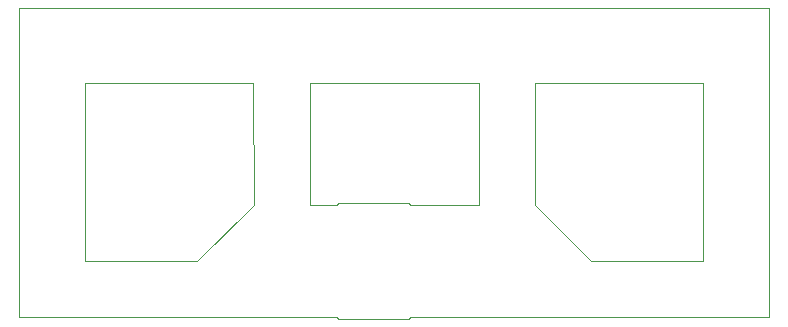
<source format=gm1>
%TF.GenerationSoftware,KiCad,Pcbnew,(5.99.0-12112-g0cd8a4d846)*%
%TF.CreationDate,2021-10-21T21:26:21-04:00*%
%TF.ProjectId,Piggyback_1_0_PCB,50696767-7962-4616-936b-5f315f305f50,rev?*%
%TF.SameCoordinates,Original*%
%TF.FileFunction,Profile,NP*%
%FSLAX46Y46*%
G04 Gerber Fmt 4.6, Leading zero omitted, Abs format (unit mm)*
G04 Created by KiCad (PCBNEW (5.99.0-12112-g0cd8a4d846)) date 2021-10-21 21:26:21*
%MOMM*%
%LPD*%
G01*
G04 APERTURE LIST*
%TA.AperFunction,Profile*%
%ADD10C,0.050000*%
%TD*%
G04 APERTURE END LIST*
D10*
X59526250Y-88106250D02*
X53970000Y-88106250D01*
X117470000Y-88106250D02*
X111913750Y-88106250D01*
X59526250Y-68262500D02*
X59526250Y-83343750D01*
X53970000Y-61912500D02*
X59526250Y-61912500D01*
X53970000Y-88106250D02*
X53970000Y-61912500D01*
X117470000Y-61912500D02*
X117470000Y-88106250D01*
X111913750Y-61912500D02*
X117470000Y-61912500D01*
X111913750Y-68262500D02*
X111913750Y-83343750D01*
X59526250Y-68262500D02*
X73813750Y-68262500D01*
X111913750Y-61912500D02*
X59526250Y-61912500D01*
X97631250Y-68262500D02*
X111913750Y-68262500D01*
X78576250Y-68262500D02*
X92868750Y-68262500D01*
X111913750Y-88106250D02*
X92863750Y-88106250D01*
X80975000Y-88243750D02*
X86975000Y-88243750D01*
X78576250Y-68262500D02*
X78581250Y-78581250D01*
X86975000Y-88243750D02*
X87075000Y-88106250D01*
X78581250Y-78581250D02*
X80875000Y-78581250D01*
X59526250Y-83343750D02*
X69056250Y-83343750D01*
X102393750Y-83343750D02*
X111913750Y-83343750D01*
X59526250Y-88106250D02*
X80875000Y-88106250D01*
X80975000Y-88243750D02*
X80875000Y-88106250D01*
X80975000Y-78443750D02*
X80875000Y-78581250D01*
X69056250Y-83343750D02*
X73818750Y-78581250D01*
X86975000Y-78443750D02*
X87075000Y-78581250D01*
X97631250Y-68262500D02*
X97631250Y-78581250D01*
X80975000Y-78443750D02*
X86975000Y-78443750D01*
X92868750Y-78581250D02*
X87075000Y-78581250D01*
X73818750Y-78581250D02*
X73813750Y-68262500D01*
X97631250Y-78581250D02*
X102393750Y-83343750D01*
X92868750Y-78581250D02*
X92868750Y-68262500D01*
X92863750Y-88106250D02*
X87075000Y-88106250D01*
M02*

</source>
